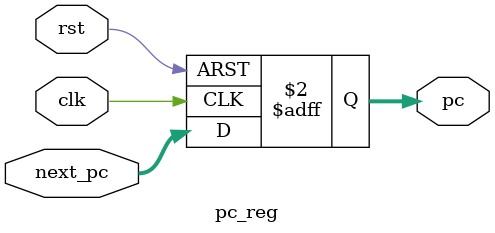
<source format=v>
`timescale 1ns / 1ps


module pc_reg(
    input clk,
    input rst,
    input [31:0]next_pc,
    output reg [31:0]pc
    );
    
    always @ (posedge clk or posedge rst) begin
        if(rst) pc = 0;
        else pc = next_pc;
    end
    
endmodule

</source>
